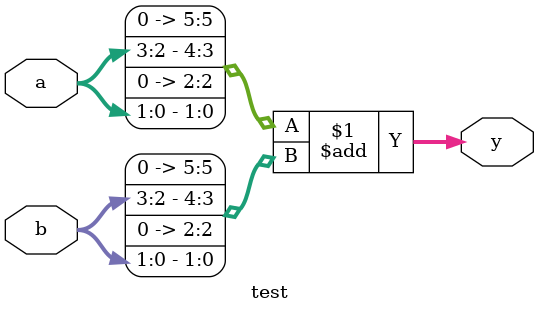
<source format=v>
module test(input [3:0] a, input [3:0] b, output [5:0] y);
assign y = {a[3:2], 1'b0, a[1:0]} + {b[3:2], 1'b0, b[1:0]};
endmodule

</source>
